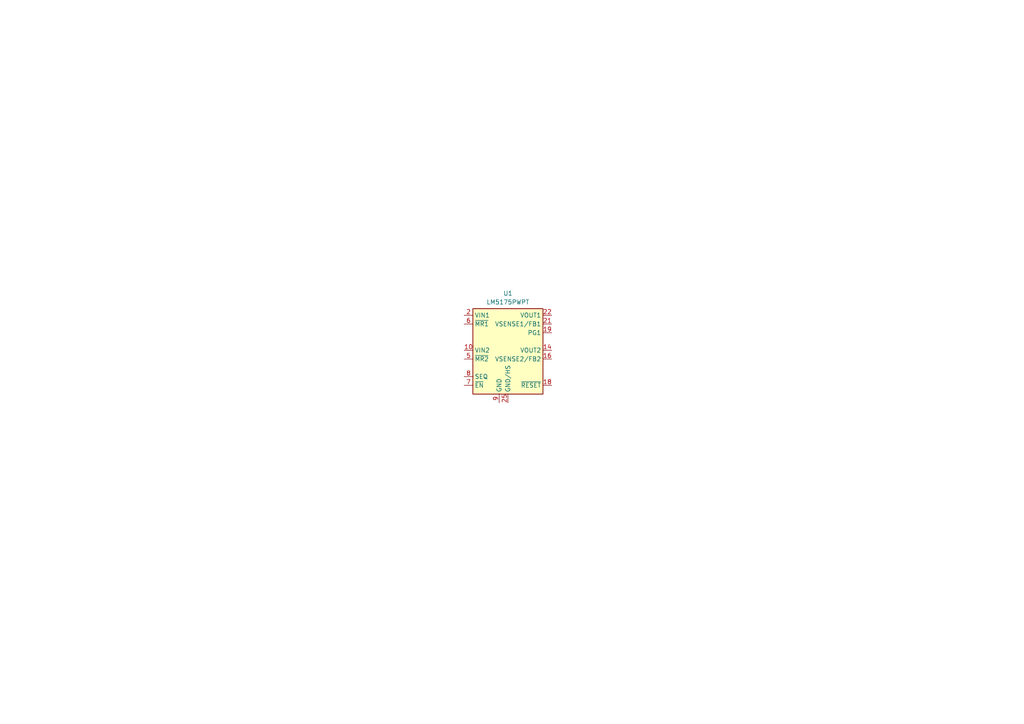
<source format=kicad_sch>
(kicad_sch (version 20230121) (generator eeschema)
  (paper "A4")
  (lib_symbols
    (symbol "benediktibk:LM5175PWPT"
      (property "Reference" "U" (at -10.16 13.335 0))
      (property "Value" "LM5175PWPT" (at 0 13.335 0))
      (symbol "LM5175PWPT_0_1"
        (rectangle (start -10.16 12.065) (end 10.16 -12.7) (stroke (width 0.254)) (fill (type background)))
      )
      (symbol "LM5175PWPT_1_1"
        (pin passive line (at 0 -15.24 90) (length 2.54) hide (name "GND/HS") (number "1"))
        (pin power_in line (at -12.7 0 0) (length 2.54) (name "VIN2") (number "10"))
        (pin passive line (at -12.7 0 0) (length 2.54) hide (name "VIN2") (number "11"))
        (pin passive line (at 0 -15.24 90) (length 2.54) hide (name "GND/HS") (number "12"))
        (pin passive line (at 0 -15.24 90) (length 2.54) hide (name "GND/HS") (number "13"))
        (pin power_out line (at 12.7 0 180) (length 2.54) (name "VOUT2") (number "14"))
        (pin passive line (at 12.7 0 180) (length 2.54) hide (name "VOUT2") (number "15"))
        (pin input line (at 12.7 -2.54 180) (length 2.54) (name "VSENSE2/FB2") (number "16"))
        (pin no_connect line (at -10.16 2.54 0) (length 2.54) hide (name "NC") (number "17"))
        (pin open_collector line (at 12.7 -10.16 180) (length 2.54) (name "~{RESET}") (number "18"))
        (pin open_collector line (at 12.7 5.08 180) (length 2.54) (name "PG1") (number "19"))
        (pin power_in line (at -12.7 10.16 0) (length 2.54) (name "VIN1") (number "2"))
        (pin no_connect line (at -10.16 -5.08 0) (length 2.54) hide (name "NC") (number "20"))
        (pin input line (at 12.7 7.62 180) (length 2.54) (name "VSENSE1/FB1") (number "21"))
        (pin power_out line (at 12.7 10.16 180) (length 2.54) (name "VOUT1") (number "22"))
        (pin passive line (at 12.7 10.16 180) (length 2.54) hide (name "VOUT1") (number "23"))
        (pin passive line (at 0 -15.24 90) (length 2.54) hide (name "GND/HS") (number "24"))
        (pin power_in line (at 0 -15.24 90) (length 2.54) (name "GND/HS") (number "25"))
        (pin passive line (at -12.7 10.16 0) (length 2.54) hide (name "VIN1") (number "3"))
        (pin no_connect line (at -10.16 5.08 0) (length 2.54) hide (name "NC") (number "4"))
        (pin input line (at -12.7 -2.54 0) (length 2.54) (name "~{MR2}") (number "5"))
        (pin input line (at -12.7 7.62 0) (length 2.54) (name "~{MR1}") (number "6"))
        (pin input line (at -12.7 -10.16 0) (length 2.54) (name "~{EN}") (number "7"))
        (pin input line (at -12.7 -7.62 0) (length 2.54) (name "SEQ") (number "8"))
        (pin power_in line (at -2.54 -15.24 90) (length 2.54) (name "GND") (number "9"))
      )
    )
  )
  (symbol (lib_id "benediktibk:LM5175PWPT") (at 147.32 101.6 0) (unit 1)
    (property "Reference" "U1" (at 147.32 85.09 0))
    (property "Value" "LM5175PWPT" (at 147.32 87.63 0))
    (property "Footprint" "benediktibk:LM5175PWPT" (effects hide))
    (property "RS order number" "908-3877" (effects hide))
  )
)
</source>
